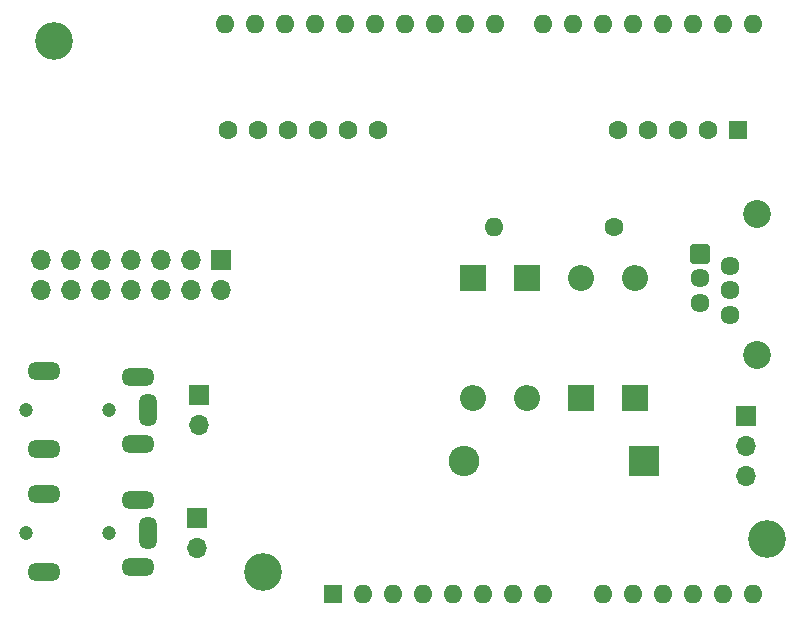
<source format=gbr>
%TF.GenerationSoftware,KiCad,Pcbnew,8.0.6-8.0.6-0~ubuntu22.04.1*%
%TF.CreationDate,2024-11-16T23:11:19-08:00*%
%TF.ProjectId,telduino,74656c64-7569-46e6-9f2e-6b696361645f,0.1*%
%TF.SameCoordinates,Original*%
%TF.FileFunction,Soldermask,Bot*%
%TF.FilePolarity,Negative*%
%FSLAX46Y46*%
G04 Gerber Fmt 4.6, Leading zero omitted, Abs format (unit mm)*
G04 Created by KiCad (PCBNEW 8.0.6-8.0.6-0~ubuntu22.04.1) date 2024-11-16 23:11:19*
%MOMM*%
%LPD*%
G01*
G04 APERTURE LIST*
G04 Aperture macros list*
%AMRoundRect*
0 Rectangle with rounded corners*
0 $1 Rounding radius*
0 $2 $3 $4 $5 $6 $7 $8 $9 X,Y pos of 4 corners*
0 Add a 4 corners polygon primitive as box body*
4,1,4,$2,$3,$4,$5,$6,$7,$8,$9,$2,$3,0*
0 Add four circle primitives for the rounded corners*
1,1,$1+$1,$2,$3*
1,1,$1+$1,$4,$5*
1,1,$1+$1,$6,$7*
1,1,$1+$1,$8,$9*
0 Add four rect primitives between the rounded corners*
20,1,$1+$1,$2,$3,$4,$5,0*
20,1,$1+$1,$4,$5,$6,$7,0*
20,1,$1+$1,$6,$7,$8,$9,0*
20,1,$1+$1,$8,$9,$2,$3,0*%
G04 Aperture macros list end*
%ADD10C,3.200000*%
%ADD11C,2.360000*%
%ADD12RoundRect,0.102000X0.704000X-0.704000X0.704000X0.704000X-0.704000X0.704000X-0.704000X-0.704000X0*%
%ADD13C,1.612000*%
%ADD14R,1.600000X1.600000*%
%ADD15O,1.600000X1.600000*%
%ADD16C,1.600000*%
%ADD17R,1.700000X1.700000*%
%ADD18O,1.700000X1.700000*%
%ADD19R,2.200000X2.200000*%
%ADD20O,2.200000X2.200000*%
%ADD21R,2.600000X2.600000*%
%ADD22O,2.600000X2.600000*%
%ADD23C,1.200000*%
%ADD24O,2.820000X1.512000*%
%ADD25O,1.512000X2.820000*%
G04 APERTURE END LIST*
D10*
%TO.C,H1*%
X121768000Y-78232000D03*
%TD*%
D11*
%TO.C,J1*%
X181348000Y-104806000D03*
X181348000Y-92806000D03*
D12*
X176508000Y-96256000D03*
D13*
X179048000Y-97276000D03*
X176508000Y-98296000D03*
X179048000Y-99316000D03*
X176508000Y-100336000D03*
X179048000Y-101356000D03*
%TD*%
D14*
%TO.C,A1*%
X145440000Y-125000000D03*
D15*
X147980000Y-125000000D03*
X150520000Y-125000000D03*
X153060000Y-125000000D03*
X155600000Y-125000000D03*
X158140000Y-125000000D03*
X160680000Y-125000000D03*
X163220000Y-125000000D03*
X168300000Y-125000000D03*
X170840000Y-125000000D03*
X173380000Y-125000000D03*
X175920000Y-125000000D03*
X178460000Y-125000000D03*
X181000000Y-125000000D03*
X181000000Y-76740000D03*
X178460000Y-76740000D03*
X175920000Y-76740000D03*
X173380000Y-76740000D03*
X170840000Y-76740000D03*
X168300000Y-76740000D03*
X165760000Y-76740000D03*
X163220000Y-76740000D03*
X159160000Y-76740000D03*
X156620000Y-76740000D03*
X154080000Y-76740000D03*
X151540000Y-76740000D03*
X149000000Y-76740000D03*
X146460000Y-76740000D03*
X143920000Y-76740000D03*
X141380000Y-76740000D03*
X138840000Y-76740000D03*
X136300000Y-76740000D03*
%TD*%
D10*
%TO.C,H2*%
X139446000Y-123190000D03*
%TD*%
D14*
%TO.C,U1*%
X179705000Y-85725000D03*
D16*
X177165000Y-85725000D03*
X174625000Y-85725000D03*
X172085000Y-85725000D03*
X169545000Y-85725000D03*
X149225000Y-85725000D03*
X146685000Y-85725000D03*
X144145000Y-85725000D03*
X141605000Y-85725000D03*
X139065000Y-85725000D03*
X136525000Y-85725000D03*
%TD*%
D17*
%TO.C,J6*%
X133858000Y-118613000D03*
D18*
X133858000Y-121153000D03*
%TD*%
D19*
%TO.C,D3*%
X157226000Y-98298000D03*
D20*
X157226000Y-108458000D03*
%TD*%
D17*
%TO.C,J5*%
X134034000Y-108204000D03*
D18*
X134034000Y-110744000D03*
%TD*%
D21*
%TO.C,D5*%
X171704000Y-113792000D03*
D22*
X156464000Y-113792000D03*
%TD*%
D17*
%TO.C,J2*%
X180340000Y-109982000D03*
D18*
X180340000Y-112522000D03*
X180340000Y-115062000D03*
%TD*%
D16*
%TO.C,R1*%
X169164000Y-93980000D03*
D15*
X159004000Y-93980000D03*
%TD*%
D17*
%TO.C,J7*%
X135895000Y-96769000D03*
D18*
X135895000Y-99309000D03*
X133355000Y-96769000D03*
X133355000Y-99309000D03*
X130815000Y-96769000D03*
X130815000Y-99309000D03*
X128275000Y-96769000D03*
X128275000Y-99309000D03*
X125735000Y-96769000D03*
X125735000Y-99309000D03*
X123195000Y-96769000D03*
X123195000Y-99309000D03*
X120655000Y-96769000D03*
X120655000Y-99309000D03*
%TD*%
D19*
%TO.C,D2*%
X170942000Y-108458000D03*
D20*
X170942000Y-98298000D03*
%TD*%
D10*
%TO.C,H3*%
X182118000Y-120396000D03*
%TD*%
D19*
%TO.C,D1*%
X161798000Y-98298000D03*
D20*
X161798000Y-108458000D03*
%TD*%
D19*
%TO.C,D4*%
X166370000Y-108458000D03*
D20*
X166370000Y-98298000D03*
%TD*%
D23*
%TO.C,J4*%
X126436000Y-119888000D03*
X119436000Y-119888000D03*
D24*
X128936000Y-122738000D03*
X128936000Y-117038000D03*
D25*
X129736000Y-119888000D03*
D24*
X120936000Y-116588000D03*
X120936000Y-123188000D03*
%TD*%
D23*
%TO.C,J3*%
X126436000Y-109474000D03*
X119436000Y-109474000D03*
D24*
X128936000Y-112324000D03*
X128936000Y-106624000D03*
D25*
X129736000Y-109474000D03*
D24*
X120936000Y-106174000D03*
X120936000Y-112774000D03*
%TD*%
M02*

</source>
